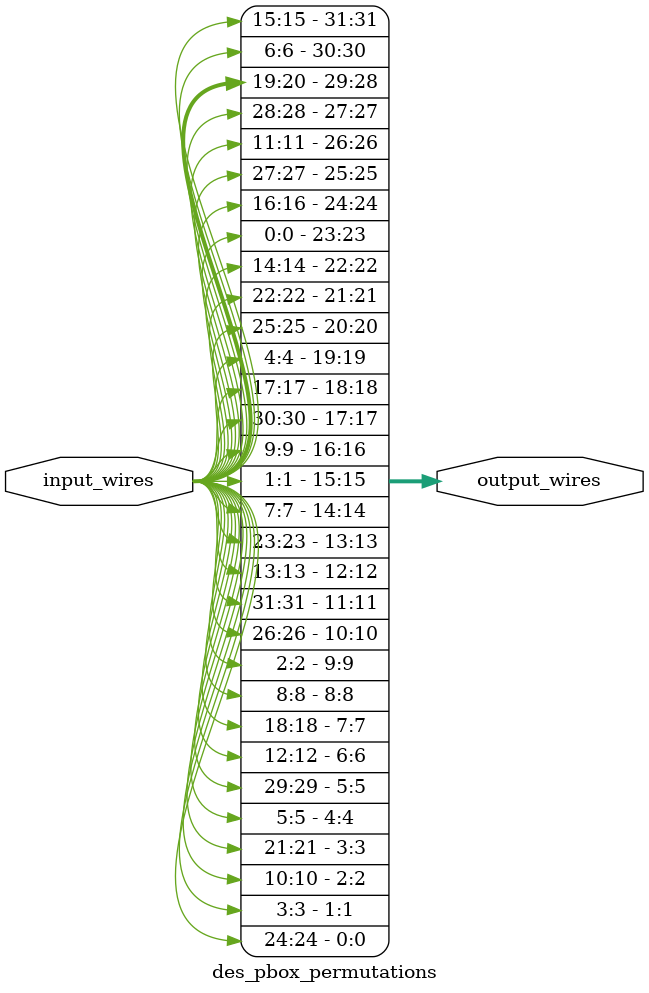
<source format=sv>

module des_pbox_permutations (
	input wire [0:31] input_wires,
	output wire [0:31] output_wires
);
	// applies pbox permutation as specified in DES standards
	assign output_wires[0] = input_wires[15];
	assign output_wires[1] = input_wires[6];
	assign output_wires[2] = input_wires[19];
	assign output_wires[3] = input_wires[20];
	assign output_wires[4] = input_wires[28];
	assign output_wires[5] = input_wires[11];
	assign output_wires[6] = input_wires[27];
	assign output_wires[7] = input_wires[16];
	assign output_wires[8] = input_wires[0];
	assign output_wires[9] = input_wires[14];
	assign output_wires[10] = input_wires[22];
	assign output_wires[11] = input_wires[25];
	assign output_wires[12] = input_wires[4];
	assign output_wires[13] = input_wires[17];
	assign output_wires[14] = input_wires[30];
	assign output_wires[15] = input_wires[9];
	assign output_wires[16] = input_wires[1];
	assign output_wires[17] = input_wires[7];
	assign output_wires[18] = input_wires[23];
	assign output_wires[19] = input_wires[13];
	assign output_wires[20] = input_wires[31];
	assign output_wires[21] = input_wires[26];
	assign output_wires[22] = input_wires[2];
	assign output_wires[23] = input_wires[8];
	assign output_wires[24] = input_wires[18];
	assign output_wires[25] = input_wires[12];
	assign output_wires[26] = input_wires[29];
	assign output_wires[27] = input_wires[5];
	assign output_wires[28] = input_wires[21];
	assign output_wires[29] = input_wires[10];
	assign output_wires[30] = input_wires[3];
	assign output_wires[31] = input_wires[24];

endmodule

</source>
